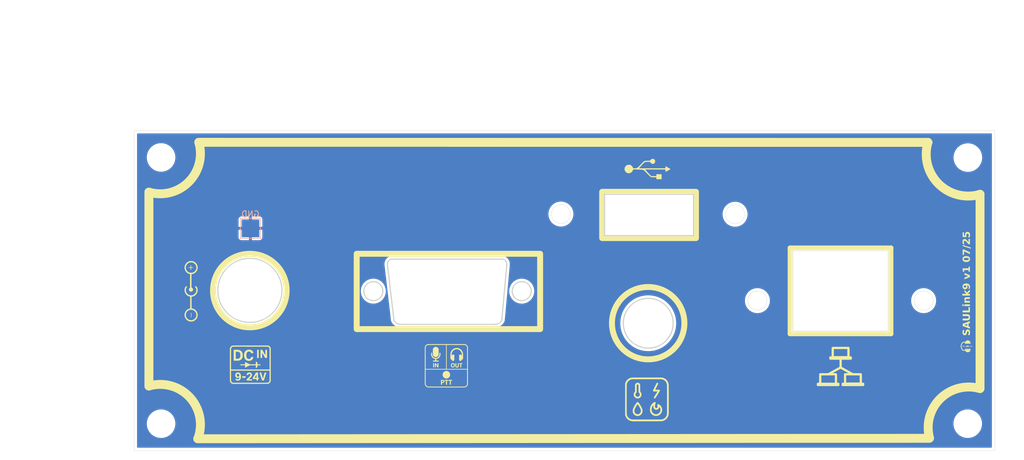
<source format=kicad_pcb>
(kicad_pcb (version 20241229) (generator "pcbnew") (generator_version "9.0")
  (layers (0 "F.Cu" signal) (2 "B.Cu" signal) (13 "F.Paste" user) (15 "B.Paste" user) (5 "F.SilkS" user "F.Silkscreen") (7 "B.SilkS" user "B.Silkscreen") (1 "F.Mask" user) (3 "B.Mask" user) (25 "Edge.Cuts" user))
  (net 0 "")
  (net 1 "GND")
  (footprint "LOGO" (layer "F.Cu") (at 133.1 109.7)
    (property "Reference" "G4" (hide yes))
    (property "Value" "LOGO" (hide yes))
  )
  (footprint "LOGO" (layer "F.Cu") (at 100.1 109.5)
    (property "Reference" "G2" (hide yes))
    (property "Value" "LOGO" (hide yes))
  )
  (footprint "MountingHole:MountingHole_4.3mm_M4" (layer "F.Cu") (at 85.05 119.45)
    (property "Reference" "REF4" (hide yes))
    (property "Value" "MountingHole_4.3mm_M4")
    (pad "" np_thru_hole circle (at 0 0) (size 4.3 4.3) (drill 4.3) (layers "*.Cu" "*.Mask"))
  )
  (footprint "LOGO" (layer "F.Cu") (at 90.1 97 90)
    (property "Reference" "G2" (hide yes))
    (property "Value" "LOGO" (hide yes))
  )
  (footprint "MountingHole:MountingHole_4.3mm_M4" (layer "F.Cu") (at 220.95 74.575)
    (property "Reference" "REF2" (hide yes))
    (property "Value" "MountingHole_4.3mm_M4")
    (pad "" np_thru_hole circle (at 0 0) (size 4.3 4.3) (drill 4.3) (layers "*.Cu" "*.Mask"))
  )
  (footprint "LOGO" (layer "F.Cu") (at 199.5 109.8)
    (property "Reference" "G4" (hide yes))
    (property "Value" "LOGO" (hide yes))
  )
  (footprint "LOGO" (layer "F.Cu") (at 220.75 106.4 90)
    (property "Reference" "G2" (hide yes))
    (property "Value" "LOGO" (hide yes))
  )
  (footprint "MountingHole:MountingHole_4.3mm_M4" (layer "F.Cu") (at 85.05 74.55)
    (property "Reference" "REF1" (hide yes))
    (property "Value" "MountingHole_4.3mm_M4")
    (pad "" np_thru_hole circle (at 0 0) (size 4.3 4.3) (drill 4.3) (layers "*.Cu" "*.Mask"))
  )
  (footprint "LOGO" (layer "F.Cu") (at 166.9 115.31)
    (property "Reference" "G7" (hide yes))
    (property "Value" "LOGO" (hide yes))
  )
  (footprint "LOGO" (layer "F.Cu") (at 167 76.5)
    (property "Reference" "G21" (hide yes))
    (property "Value" "LOGO" (hide yes))
  )
  (footprint "MountingHole:MountingHole_4.3mm_M4" (layer "F.Cu") (at 220.93 119.45)
    (property "Reference" "REF3" (hide yes))
    (property "Value" "MountingHole_4.3mm_M4")
    (pad "" np_thru_hole circle (at 0 0) (size 4.3 4.3) (drill 4.3) (layers "*.Cu" "*.Mask"))
  )
  (footprint "TestPoint:TestPoint_Pad_3.0x3.0mm" (layer "B.Cu") (at 100.1 86.5 180)
    (property "Reference" "GND" (at 0 2.398 180) (layer "B.SilkS") (effects (justify mirror)))
    (property "Value" "TestPoint")
    (pad "1" smd rect (at 0 0 180) (size 3 3) (layers "B.Cu" "B.Mask") (net 1 "GND"))
  )
  (gr_arc (start 214.500001 121.87) (mid 216.310646 115.222323) (end 222.99032 113.533539) (stroke (width 1.5)) (layer "F.SilkS"))
  (gr_rect (start 159.35 80.35) (end 175.15 88.15) (stroke (width 1)) (fill no) (layer "F.SilkS"))
  (gr_arc (start 223 80.77307) (mid 216.011784 78.999218) (end 214.22254 72.014928) (stroke (width 1.5)) (layer "F.SilkS"))
  (gr_arc (start 83 113.096195) (mid 89.856114 114.97569) (end 91.256388 121.945484) (stroke (width 1.5)) (layer "F.SilkS"))
  (gr_line (start 208 104.3) (end 191 104.3) (stroke (width 0.8)) (layer "F.SilkS"))
  (gr_line (start 191 104.3) (end 191 89.8) (stroke (width 0.8)) (layer "F.SilkS"))
  (gr_circle (center 100 97) (end 106.2 97) (stroke (width 1)) (fill no) (layer "F.SilkS"))
  (gr_line (start 83 80.403806) (end 83 113.096194) (stroke (width 1.5)) (layer "F.SilkS"))
  (gr_line (start 214.22254 72.014928) (end 91.403806 72) (stroke (width 1.5)) (layer "F.SilkS"))
  (gr_line (start 191 89.8) (end 208 89.8) (stroke (width 0.8)) (layer "F.SilkS"))
  (gr_line (start 223 80.77307) (end 223 113.500001) (stroke (width 1.5)) (layer "F.SilkS"))
  (gr_arc (start 91.403806 72) (mid 89.693087 78.693087) (end 83 80.403806) (stroke (width 1.5)) (layer "F.SilkS"))
  (gr_rect (start 118 90.8) (end 148.9 103.5) (stroke (width 1)) (fill no) (layer "F.SilkS"))
  (gr_circle (center 167.1 102.5) (end 173.2 102.5) (stroke (width 1)) (fill no) (layer "F.SilkS"))
  (gr_line (start 208 89.8) (end 208 104.3) (stroke (width 0.8)) (layer "F.SilkS"))
  (gr_line (start 214.463612 121.914516) (end 91.22 121.99) (stroke (width 1.5)) (layer "F.SilkS"))
  (gr_circle (center 181.74 84.13) (end 183.34 84.13) (stroke (width 0.05)) (fill no) (layer "Edge.Cuts"))
  (gr_circle (center 100.01 96.97) (end 105.41 96.97) (stroke (width 0.2)) (fill no) (layer "Edge.Cuts"))
  (gr_arc (start 142.439742 101.966814) (mid 141.984305 102.511296) (end 141.3 102.7) (stroke (width 0.2)) (layer "Edge.Cuts"))
  (gr_rect (start 191.5 90.3) (end 207.5 103.8) (stroke (width 0.05)) (fill no) (layer "Edge.Cuts"))
  (gr_arc (start 123.193338 92.702638) (mid 123.3 92.1) (end 123.760614 91.697031) (stroke (width 0.2)) (layer "Edge.Cuts"))
  (gr_circle (center 167.11 102.51) (end 171.31 102.51) (stroke (width 0.2)) (fill no) (layer "Edge.Cuts"))
  (gr_line (start 125.3 102.699999) (end 141.3 102.7) (stroke (width 0.2)) (layer "Edge.Cuts"))
  (gr_line (start 142.439742 101.966814) (end 143.28 92.71) (stroke (width 0.2)) (layer "Edge.Cuts"))
  (gr_rect (start 159.75 80.75) (end 174.75 87.75) (stroke (width 0.2)) (fill no) (layer "Edge.Cuts"))
  (gr_circle (center 145.8 97.1) (end 147.4 97.1) (stroke (width 0.2)) (fill no) (layer "Edge.Cuts"))
  (gr_line (start 123.760614 91.697031) (end 142.706733 91.7) (stroke (width 0.2)) (layer "Edge.Cuts"))
  (gr_circle (center 120.8 97.1) (end 122.4 97.1) (stroke (width 0.2)) (fill no) (layer "Edge.Cuts"))
  (gr_circle (center 213.5 98.7) (end 215.1 98.7) (stroke (width 0.05)) (fill no) (layer "Edge.Cuts"))
  (gr_arc (start 125.3 102.699999) (mid 124.682185 102.48041) (end 124.273766 101.967469) (stroke (width 0.2)) (layer "Edge.Cuts"))
  (gr_arc (start 142.71 91.7) (mid 143.170614 92.102969) (end 143.277276 92.705607) (stroke (width 0.2)) (layer "Edge.Cuts"))
  (gr_line (start 124.273766 101.967469) (end 123.193338 92.702638) (stroke (width 0.2)) (layer "Edge.Cuts"))
  (gr_circle (center 152.4 84.1) (end 154 84.1) (stroke (width 0.05)) (fill no) (layer "Edge.Cuts"))
  (gr_circle (center 185.5 98.7) (end 187.1 98.7) (stroke (width 0.05)) (fill no) (layer "Edge.Cuts"))
  (gr_rect (start 80.5 70) (end 225.5 124) (stroke (width 0.05)) (fill no) (layer "Edge.Cuts"))
  (gr_text "SAULink9 v1 07/25" (at 221.5 104.65 90) (layer "F.SilkS") (effects (font (size 1.2 1.2) (thickness 0.2) (bold yes)) (justify left bottom)))
  (zone (net 1) (net_name "GND") (layer "B.Cu") (connect_pads (clearance 0.5)) (min_thickness 0.25) (fill yes (thermal_gap 0.5) (thermal_bridge_width 0.5))
    (polygon (pts (xy 80.5 70) (xy 225.5 70) (xy 225.5 124) (xy 80.5 124)))
  )
)
</source>
